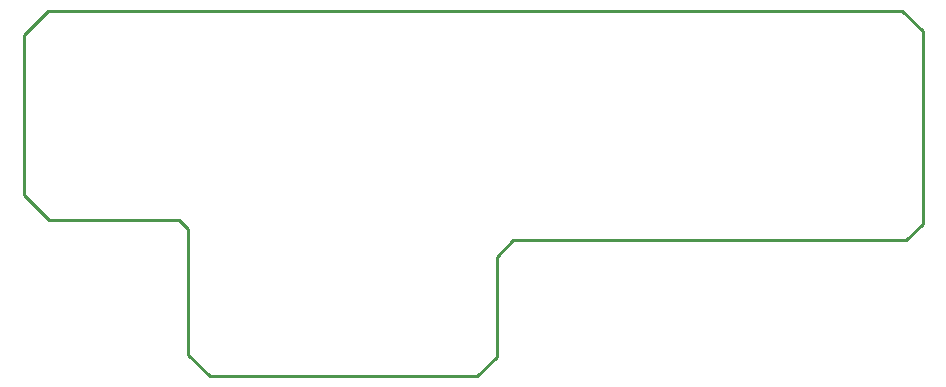
<source format=gko>
G04*
G04 #@! TF.GenerationSoftware,Altium Limited,Altium Designer,18.1.9 (240)*
G04*
G04 Layer_Color=16711935*
%FSLAX25Y25*%
%MOIN*%
G70*
G01*
G75*
%ADD10C,0.01000*%
D10*
X559100Y254500D02*
X575200D01*
X582000Y247700D01*
Y183600D02*
Y247700D01*
X576400Y178000D02*
X582000Y183600D01*
X568300Y178000D02*
X576400D01*
X282500Y246600D02*
X290400Y254500D01*
X282500Y193200D02*
Y246600D01*
Y193200D02*
X290800Y184900D01*
X334300D01*
X337300Y181900D01*
Y139800D02*
Y181900D01*
Y139800D02*
X344400Y132700D01*
X433500D01*
X440000Y139200D01*
Y172600D01*
X445400Y178000D01*
X568300D01*
X290400Y254500D02*
X559100Y254500D01*
M02*

</source>
